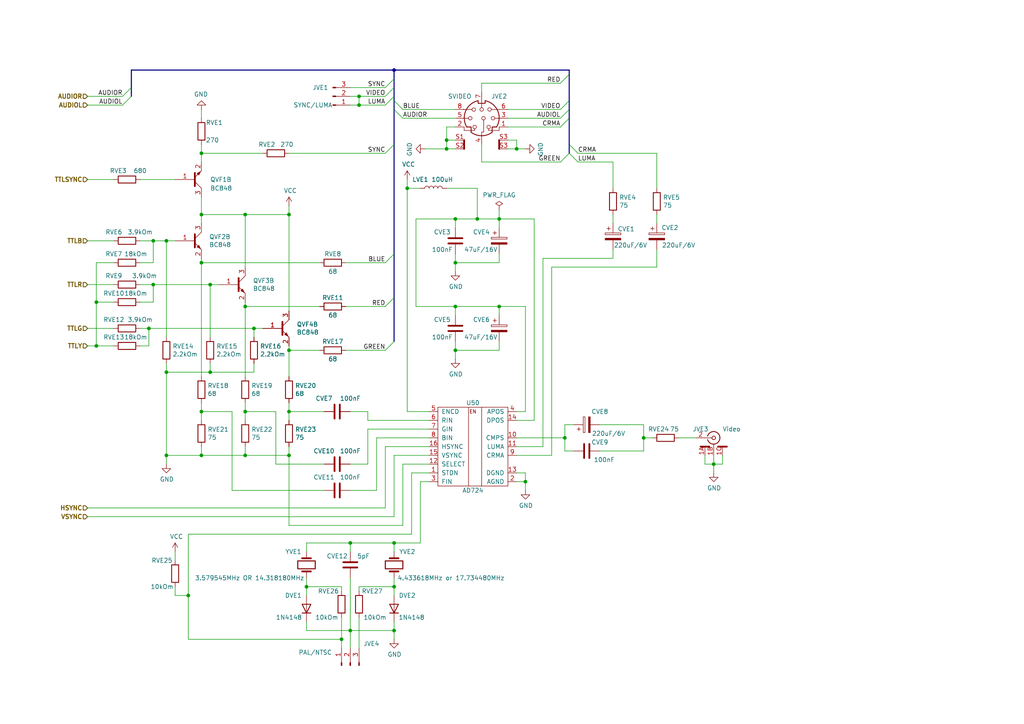
<source format=kicad_sch>
(kicad_sch (version 20211123) (generator eeschema)
  (paper "A4")
  (lib_symbols
    (symbol "Connector:Conn_01x03_Male" (pin_names (offset 1.016) hide)
      (property "Reference" "J" (at 0 5.08 0))
      (property "Value" "Conn_01x03_Male" (at 0 -5.08 0))
      (symbol "Conn_01x03_Male_1_1"
        (polyline (pts (xy 1.27 -2.54) (xy 0.8636 -2.54)) (stroke (width 0.1524)))
        (polyline (pts (xy 1.27 0) (xy 0.8636 0)) (stroke (width 0.1524)))
        (polyline (pts (xy 1.27 2.54) (xy 0.8636 2.54)) (stroke (width 0.1524)))
        (rectangle (start 0.8636 -2.413) (end 0 -2.667) (stroke (width 0.1524)) (fill (type outline)))
        (rectangle (start 0.8636 0.127) (end 0 -0.127) (stroke (width 0.1524)) (fill (type outline)))
        (rectangle (start 0.8636 2.667) (end 0 2.413) (stroke (width 0.1524)) (fill (type outline)))
        (pin passive line (at 5.08 2.54 180) (length 3.81) (name "Pin_1") (number "1"))
        (pin passive line (at 5.08 0 180) (length 3.81) (name "Pin_2") (number "2"))
        (pin passive line (at 5.08 -2.54 180) (length 3.81) (name "Pin_3") (number "3"))
      )
    )
    (symbol "Device:C" (pin_numbers hide) (pin_names (offset 0.254))
      (property "Reference" "C" (at 0.635 2.54 0))
      (property "Value" "C" (at 0.635 -2.54 0))
      (symbol "C_0_1"
        (polyline (pts (xy -2.032 -0.762) (xy 2.032 -0.762)) (stroke (width 0.508)))
        (polyline (pts (xy -2.032 0.762) (xy 2.032 0.762)) (stroke (width 0.508)))
      )
      (symbol "C_1_1"
        (pin passive line (at 0 3.81 270) (length 2.794) (name "~") (number "1"))
        (pin passive line (at 0 -3.81 90) (length 2.794) (name "~") (number "2"))
      )
    )
    (symbol "Device:C_Polarized" (pin_numbers hide) (pin_names (offset 0.254))
      (property "Reference" "C" (at 0.635 2.54 0))
      (property "Value" "C_Polarized" (at 0.635 -2.54 0))
      (symbol "C_Polarized_0_1"
        (rectangle (start -2.286 0.508) (end 2.286 1.016))
        (polyline (pts (xy -1.778 2.286) (xy -0.762 2.286)))
        (polyline (pts (xy -1.27 2.794) (xy -1.27 1.778)))
        (rectangle (start 2.286 -0.508) (end -2.286 -1.016) (fill (type outline)))
      )
      (symbol "C_Polarized_1_1"
        (pin passive line (at 0 3.81 270) (length 2.794) (name "~") (number "1"))
        (pin passive line (at 0 -3.81 90) (length 2.794) (name "~") (number "2"))
      )
    )
    (symbol "Device:Crystal" (pin_numbers hide) (pin_names (offset 1.016) hide)
      (property "Reference" "Y" (at 0 3.81 0))
      (property "Value" "Crystal" (at 0 -3.81 0))
      (symbol "Crystal_0_1"
        (rectangle (start -1.143 2.54) (end 1.143 -2.54) (stroke (width 0.3048)))
        (polyline (pts (xy -2.54 0) (xy -1.905 0)))
        (polyline (pts (xy -1.905 -1.27) (xy -1.905 1.27)) (stroke (width 0.508)))
        (polyline (pts (xy 1.905 -1.27) (xy 1.905 1.27)) (stroke (width 0.508)))
        (polyline (pts (xy 2.54 0) (xy 1.905 0)))
      )
      (symbol "Crystal_1_1"
        (pin passive line (at -3.81 0 0) (length 1.27) (name "1") (number "1"))
        (pin passive line (at 3.81 0 180) (length 1.27) (name "2") (number "2"))
      )
    )
    (symbol "Device:D" (pin_numbers hide) (pin_names (offset 1.016) hide)
      (property "Reference" "D" (at 0 2.54 0))
      (property "Value" "D" (at 0 -2.54 0))
      (symbol "D_0_1"
        (polyline (pts (xy -1.27 1.27) (xy -1.27 -1.27)) (stroke (width 0.254)))
        (polyline (pts (xy 1.27 0) (xy -1.27 0)))
        (polyline (pts (xy 1.27 1.27) (xy 1.27 -1.27) (xy -1.27 0) (xy 1.27 1.27)) (stroke (width 0.254)))
      )
      (symbol "D_1_1"
        (pin passive line (at -3.81 0 0) (length 2.54) (name "K") (number "1"))
        (pin passive line (at 3.81 0 180) (length 2.54) (name "A") (number "2"))
      )
    )
    (symbol "Device:L" (pin_numbers hide) (pin_names (offset 1.016) hide)
      (property "Reference" "L" (at -1.27 0 90))
      (property "Value" "L" (at 1.905 0 90))
      (symbol "L_0_1"
        (arc (start 0 -2.54) (mid 0.635 -1.905) (end 0 -1.27))
        (arc (start 0 -1.27) (mid 0.635 -0.635) (end 0 0))
        (arc (start 0 0) (mid 0.635 0.635) (end 0 1.27))
        (arc (start 0 1.27) (mid 0.635 1.905) (end 0 2.54))
      )
      (symbol "L_1_1"
        (pin passive line (at 0 3.81 270) (length 1.27) (name "1") (number "1"))
        (pin passive line (at 0 -3.81 90) (length 1.27) (name "2") (number "2"))
      )
    )
    (symbol "Device:R" (pin_numbers hide) (pin_names (offset 0))
      (property "Reference" "R" (at 2.032 0 90))
      (property "Value" "R" (at 0 0 90))
      (symbol "R_0_1"
        (rectangle (start -1.016 -2.54) (end 1.016 2.54) (stroke (width 0.254)))
      )
      (symbol "R_1_1"
        (pin passive line (at 0 3.81 270) (length 1.27) (name "~") (number "1"))
        (pin passive line (at 0 -3.81 90) (length 1.27) (name "~") (number "2"))
      )
    )
    (symbol "power:GND" (power) (pin_names (offset 0))
      (property "Value" "GND" (at 0 -3.81 0))
      (symbol "GND_0_1"
        (polyline (pts (xy 0 0) (xy 0 -1.27) (xy 1.27 -1.27) (xy 0 -2.54) (xy -1.27 -1.27) (xy 0 -1.27)))
      )
      (symbol "GND_1_1"
        (pin power_in line (at 0 0 270) (length 0) hide (name "GND") (number "1"))
      )
    )
    (symbol "power:PWR_FLAG" (power) (pin_numbers hide) (pin_names (offset 0) hide)
      (property "Value" "PWR_FLAG" (at 0 3.81 0))
      (symbol "PWR_FLAG_0_0"
        (pin power_out line (at 0 0 90) (length 0) (name "pwr") (number "1"))
      )
      (symbol "PWR_FLAG_0_1"
        (polyline (pts (xy 0 0) (xy 0 1.27) (xy -1.016 1.905) (xy 0 2.54) (xy 1.016 1.905) (xy 0 1.27)))
      )
    )
    (symbol "power:VCC" (power) (pin_names (offset 0))
      (property "Value" "VCC" (at 0 3.81 0))
      (symbol "VCC_0_1"
        (polyline (pts (xy -0.762 1.27) (xy 0 2.54)))
        (polyline (pts (xy 0 0) (xy 0 2.54)))
        (polyline (pts (xy 0 2.54) (xy 0.762 1.27)))
      )
      (symbol "VCC_1_1"
        (pin power_in line (at 0 0 90) (length 0) hide (name "VCC") (number "1"))
      )
    )
    (symbol "zx_custom_symbol:AD724" (pin_names (offset 1.016))
      (property "Reference" "U" (at 0 12.7 0))
      (property "Value" "AD724" (at 0.254 -12.446 0))
      (symbol "AD724_0_0"
        (polyline (pts (xy -1.27 11.43) (xy -1.27 -11.43)))
        (polyline (pts (xy 2.54 11.43) (xy 2.54 -11.43)))
        (text "EN" (at 0 10.16 0) (effects (font (size 1 1))))
      )
      (symbol "AD724_0_1"
        (rectangle (start -10.16 11.43) (end 10.16 -11.43))
        (rectangle (start 6.35 -11.43) (end 6.35 -11.43))
      )
      (symbol "AD724_1_1"
        (pin input line (at -12.7 -7.62 0) (length 2.54) (name "STDN") (number "1"))
        (pin output line (at 12.7 2.54 180) (length 2.54) (name "CMPS") (number "10"))
        (pin output line (at 12.7 0 180) (length 2.54) (name "LUMA") (number "11"))
        (pin input line (at -12.7 -5.08 0) (length 2.54) (name "SELECT") (number "12"))
        (pin power_in line (at 12.7 -7.62 180) (length 2.54) (name "DGND") (number "13"))
        (pin power_in line (at 12.7 7.62 180) (length 2.54) (name "DPOS") (number "14"))
        (pin input line (at -12.7 -2.54 0) (length 2.54) (name "VSYNC") (number "15"))
        (pin input line (at -12.7 0 0) (length 2.54) (name "HSYNC") (number "16"))
        (pin power_in line (at 12.7 -10.16 180) (length 2.54) (name "AGND") (number "2"))
        (pin input line (at -12.7 -10.16 0) (length 2.54) (name "FIN") (number "3"))
        (pin power_in line (at 12.7 10.16 180) (length 2.54) (name "APOS") (number "4"))
        (pin input line (at -12.7 10.16 0) (length 2.54) (name "ENCD") (number "5"))
        (pin input line (at -12.7 7.62 0) (length 2.54) (name "RIN") (number "6"))
        (pin input line (at -12.7 5.08 0) (length 2.54) (name "GIN") (number "7"))
        (pin input line (at -12.7 2.54 0) (length 2.54) (name "BIN") (number "8"))
        (pin output line (at 12.7 -2.54 180) (length 2.54) (name "CRMA") (number "9"))
      )
    )
    (symbol "zx_custom_symbol:Conn_Coaxial" (pin_names (offset 1.016) hide)
      (property "Reference" "J" (at 0.254 3.048 0))
      (property "Value" "Conn_Coaxial" (at 1.27 -7.62 0))
      (symbol "Conn_Coaxial_0_1"
        (arc (start -1.778 -0.508) (mid 0.2311 -1.8066) (end 1.778 0) (stroke (width 0.254)))
        (polyline (pts (xy -3.81 -2.54) (xy -1.27 -2.54)) (stroke (width 0.508)))
        (polyline (pts (xy -2.54 0) (xy -0.508 0)))
        (polyline (pts (xy 0 -2.54) (xy 0 -1.778)))
        (polyline (pts (xy 1.27 -2.54) (xy 3.81 -2.54)) (stroke (width 0.508)))
        (circle (center 0 0) (radius 0.508) (stroke (width 0.2032)))
        (arc (start 1.778 0) (mid 0.2099 1.8101) (end -1.778 0.508) (stroke (width 0.254)))
      )
      (symbol "Conn_Coaxial_1_1"
        (pin passive line (at -2.54 -5.08 90) (length 2.54) (name "GND") (number "1A"))
        (pin passive line (at 0 -5.08 90) (length 2.54) (name "GND") (number "1B"))
        (pin passive line (at 2.54 -5.08 90) (length 2.54) (name "GND") (number "1C"))
        (pin passive line (at -5.08 0 0) (length 2.54) (name "In") (number "2"))
      )
    )
    (symbol "zx_custom_symbol:Mini-DIN-8" (pin_names (offset 1.016) hide)
      (property "Reference" "J" (at -7.62 6.35 0))
      (property "Value" "Mini-DIN-8" (at 10.16 6.35 0))
      (symbol "Mini-DIN-8_0_1"
        (rectangle (start -5.08 -8.89) (end -5.08 -6.35) (stroke (width 0.508)))
        (circle (center -3.302 0) (radius 0.508))
        (arc (start -3.048 -4.064) (mid 0 -5.08) (end 3.048 -4.064) (stroke (width 0.254)))
        (circle (center -2.286 2.5146) (radius 0.508))
        (circle (center -2.032 -2.54) (radius 0.508))
        (arc (start -1.016 5.08) (mid -4.6228 2.1214) (end -4.318 -2.54) (stroke (width 0.254)))
        (polyline (pts (xy -3.81 0) (xy -5.08 0)))
        (polyline (pts (xy -2.794 2.54) (xy -5.334 2.54)))
        (polyline (pts (xy 0 5.1054) (xy 0 3.048)))
        (polyline (pts (xy 2.794 2.54) (xy 5.08 2.54)))
        (polyline (pts (xy 5.08 0) (xy 3.81 0)))
        (polyline (pts (xy -4.318 -2.54) (xy -3.048 -2.54) (xy -3.048 -4.064)) (stroke (width 0.254)))
        (polyline (pts (xy 4.318 -2.54) (xy 3.048 -2.54) (xy 3.048 -4.064)) (stroke (width 0.254)))
        (polyline (pts (xy -2.032 -3.048) (xy -2.032 -3.556) (xy -5.08 -3.556) (xy -5.08 -2.54)))
        (polyline (pts (xy -1.016 5.08) (xy -1.016 4.318) (xy 1.016 4.318) (xy 1.016 5.08)) (stroke (width 0.254)))
        (polyline (pts (xy 0.5842 -0.508) (xy 0.5842 -4.0132) (xy 0 -4.0132) (xy 0 -5.1816)))
        (polyline (pts (xy 2.032 -3.048) (xy 2.032 -3.556) (xy 5.08 -3.556) (xy 5.08 -2.54)))
        (circle (center 0 2.54) (radius 0.508))
        (circle (center 2.032 -2.54) (radius 0.508))
        (circle (center 2.286 2.54) (radius 0.508))
        (circle (center 3.302 0) (radius 0.508))
        (arc (start 4.318 -2.54) (mid 4.6661 2.1322) (end 1.016 5.08) (stroke (width 0.254)))
        (rectangle (start 5.08 -8.89) (end 5.08 -8.89))
        (rectangle (start 5.08 -6.35) (end 5.08 -8.89) (stroke (width 0.508)))
      )
      (symbol "Mini-DIN-8_1_1"
        (circle (center 0.5334 0) (radius 0.508))
        (pin passive line (at 7.62 -2.54 180) (length 2.54) (name "~") (number "1"))
        (pin passive line (at -7.62 -2.54 0) (length 2.54) (name "~") (number "2"))
        (pin passive line (at 7.62 0 180) (length 2.54) (name "~") (number "3"))
        (pin passive line (at 0 -7.62 90) (length 2.54) (name "~") (number "4"))
        (pin passive line (at -7.62 0 0) (length 2.54) (name "~") (number "5"))
        (pin passive line (at 7.62 2.54 180) (length 2.54) (name "~") (number "6"))
        (pin passive line (at 0 7.62 270) (length 2.54) (name "~") (number "7"))
        (pin passive line (at -7.62 2.54 0) (length 2.54) (name "~") (number "8"))
        (pin passive line (at -7.62 -6.35 0) (length 2.54) (name "~") (number "S1"))
        (pin passive line (at -7.62 -8.89 0) (length 2.54) (name "~") (number "S2"))
        (pin passive line (at 7.62 -8.89 180) (length 2.54) (name "~") (number "S3"))
        (pin passive line (at 7.62 -6.35 180) (length 2.54) (name "~") (number "S3"))
      )
    )
    (symbol "zx_custom_symbol:NPN" (pin_names (offset 0) hide)
      (property "Reference" "Q" (at 5.08 2.54 0))
      (property "Value" "NPN" (at 5.08 -2.54 0))
      (symbol "NPN_1_1"
        (polyline (pts (xy 0.635 0.635) (xy 2.54 2.54)))
        (polyline (pts (xy 0.635 -0.635) (xy 2.54 -2.54) (xy 2.54 -2.54)))
        (polyline (pts (xy 0.635 1.905) (xy 0.635 -1.905) (xy 0.635 -1.905)) (stroke (width 0.508)))
        (polyline (pts (xy 1.27 -1.778) (xy 1.778 -1.27) (xy 2.286 -2.286) (xy 1.27 -1.778) (xy 1.27 -1.778)) (fill (type outline)))
        (pin input line (at -5.08 0 0) (length 5.715) (name "B") (number "1"))
        (pin passive line (at 2.54 5.08 270) (length 2.54) (name "C") (number "2"))
        (pin passive line (at 2.54 -5.08 90) (length 2.54) (name "E") (number "3"))
      )
      (symbol "NPN_2_1"
        (polyline (pts (xy 0.635 0.635) (xy 2.54 2.54)))
        (polyline (pts (xy 0.635 -0.635) (xy 2.54 -2.54) (xy 2.54 -2.54)))
        (polyline (pts (xy 0.635 1.905) (xy 0.635 -1.905) (xy 0.635 -1.905)) (stroke (width 0.508)))
        (polyline (pts (xy 1.27 -1.778) (xy 1.778 -1.27) (xy 2.286 -2.286) (xy 1.27 -1.778) (xy 1.27 -1.778)) (fill (type outline)))
        (pin input line (at -5.08 0 0) (length 5.715) (name "B") (number "1"))
        (pin passive line (at 2.54 -5.08 90) (length 2.54) (name "E") (number "2"))
        (pin passive line (at 2.54 5.08 270) (length 2.54) (name "C") (number "3"))
      )
      (symbol "NPN_3_1"
        (polyline (pts (xy 0.635 0.635) (xy 2.54 2.54)))
        (polyline (pts (xy 0.635 -0.635) (xy 2.54 -2.54) (xy 2.54 -2.54)))
        (polyline (pts (xy 0.635 1.905) (xy 0.635 -1.905) (xy 0.635 -1.905)) (stroke (width 0.508)))
        (polyline (pts (xy 1.27 -1.778) (xy 1.778 -1.27) (xy 2.286 -2.286) (xy 1.27 -1.778) (xy 1.27 -1.778)) (fill (type outline)))
        (pin passive line (at 2.54 5.08 270) (length 2.54) (name "C") (number "1"))
        (pin input line (at -5.08 0 0) (length 5.715) (name "B") (number "2"))
        (pin passive line (at 2.54 -5.08 90) (length 2.54) (name "E") (number "3"))
      )
      (symbol "NPN_4_1"
        (polyline (pts (xy 0.635 0.635) (xy 2.54 2.54)))
        (polyline (pts (xy 0.635 0.635) (xy 2.54 2.54)))
        (polyline (pts (xy 0.635 -0.635) (xy 2.54 -2.54) (xy 2.54 -2.54)))
        (polyline (pts (xy 0.635 -0.635) (xy 2.54 -2.54) (xy 2.54 -2.54)))
        (polyline (pts (xy 0.635 1.905) (xy 0.635 -1.905) (xy 0.635 -1.905)) (stroke (width 0.508)))
        (polyline (pts (xy 0.635 1.905) (xy 0.635 -1.905) (xy 0.635 -1.905)) (stroke (width 0.508)))
        (polyline (pts (xy 1.27 -1.778) (xy 1.778 -1.27) (xy 2.286 -2.286) (xy 1.27 -1.778) (xy 1.27 -1.778)) (fill (type outline)))
        (polyline (pts (xy 1.27 -1.778) (xy 1.778 -1.27) (xy 2.286 -2.286) (xy 1.27 -1.778) (xy 1.27 -1.778)) (fill (type outline)))
        (pin passive line (at 2.54 5.08 270) (length 2.54) (name "C") (number "1"))
        (pin passive line (at 2.54 5.08 270) (length 2.54) (name "C") (number "1"))
        (pin passive line (at 2.54 -5.08 90) (length 2.54) (name "E") (number "2"))
        (pin passive line (at 2.54 -5.08 90) (length 2.54) (name "E") (number "2"))
        (pin input line (at -5.08 0 0) (length 5.715) (name "B") (number "3"))
        (pin input line (at -5.08 0 0) (length 5.715) (name "B") (number "3"))
      )
      (symbol "NPN_5_1"
        (polyline (pts (xy 0.635 0.635) (xy 2.54 2.54)))
        (polyline (pts (xy 0.635 -0.635) (xy 2.54 -2.54) (xy 2.54 -2.54)))
        (polyline (pts (xy 0.635 1.905) (xy 0.635 -1.905) (xy 0.635 -1.905)) (stroke (width 0.508)))
        (polyline (pts (xy 1.27 -1.778) (xy 1.778 -1.27) (xy 2.286 -2.286) (xy 1.27 -1.778) (xy 1.27 -1.778)) (fill (type outline)))
        (pin passive line (at 2.54 -5.08 90) (length 2.54) (name "E") (number "1"))
        (pin passive line (at -5.08 0 0) (length 5.715) (name "B") (number "2"))
        (pin passive line (at 2.54 5.08 270) (length 2.54) (name "C") (number "3"))
      )
      (symbol "NPN_6_1"
        (polyline (pts (xy 0.635 0.635) (xy 2.54 2.54)))
        (polyline (pts (xy 0.635 -0.635) (xy 2.54 -2.54) (xy 2.54 -2.54)))
        (polyline (pts (xy 0.635 1.905) (xy 0.635 -1.905) (xy 0.635 -1.905)) (stroke (width 0.508)))
        (polyline (pts (xy 1.27 -1.778) (xy 1.778 -1.27) (xy 2.286 -2.286) (xy 1.27 -1.778) (xy 1.27 -1.778)) (fill (type outline)))
        (pin passive line (at 2.54 -5.08 90) (length 2.54) (name "E") (number "1"))
        (pin passive line (at 2.54 5.08 270) (length 2.54) (name "C") (number "2"))
        (pin passive line (at -5.08 0 0) (length 5.715) (name "B") (number "3"))
      )
    )
  )
  (junction (at 101.6 157.48))
  (junction (at 132.08 76.2))
  (junction (at 58.42 119.38))
  (junction (at 207.01 134.62))
  (junction (at 71.12 88.9))
  (junction (at 101.6 182.88))
  (junction (at 83.82 119.38))
  (junction (at 129.54 43.18))
  (junction (at 71.12 132.08))
  (junction (at 152.4 139.7))
  (junction (at 163.83 127))
  (junction (at 114.3 182.88))
  (junction (at 149.86 43.18))
  (junction (at 44.45 82.55))
  (junction (at 104.14 27.94))
  (junction (at 83.82 132.08))
  (junction (at 60.96 107.95))
  (junction (at 83.82 62.23))
  (junction (at 129.54 40.64))
  (junction (at 73.66 95.25))
  (junction (at 58.42 76.2))
  (junction (at 48.26 69.85))
  (junction (at 71.12 62.23))
  (junction (at 58.42 132.08))
  (junction (at 48.26 132.08))
  (junction (at 144.78 63.5))
  (junction (at 71.12 119.38))
  (junction (at 43.18 95.25))
  (junction (at 83.82 101.6))
  (junction (at 114.3 170.18))
  (junction (at 27.94 87.63))
  (junction (at 58.42 44.45))
  (junction (at 118.11 54.61))
  (junction (at 58.42 62.23))
  (junction (at 60.96 82.55))
  (junction (at 186.69 127))
  (junction (at 132.08 101.6))
  (junction (at 132.08 63.5))
  (junction (at 138.43 63.5))
  (junction (at 44.45 69.85))
  (junction (at 88.9 170.18))
  (junction (at 114.3 157.48))
  (junction (at 54.61 172.72))
  (junction (at 104.14 30.48))
  (junction (at 48.26 107.95))
  (junction (at 114.3 20.32))
  (junction (at 99.06 185.42))
  (junction (at 132.08 88.9))
  (junction (at 27.94 100.33))
  (junction (at 144.78 88.9))
  (bus_entry (at 165.1 31.75) (size -2.54 2.54))
  (bus_entry (at 111.76 44.45) (size 2.54 -2.54))
  (bus_entry (at 114.3 31.75) (size 2.54 2.54))
  (bus_entry (at 111.76 27.94) (size 2.54 -2.54))
  (bus_entry (at 165.1 44.45) (size 2.54 2.54))
  (bus_entry (at 165.1 41.91) (size 2.54 2.54))
  (bus_entry (at 111.76 25.4) (size 2.54 -2.54))
  (bus_entry (at 111.76 30.48) (size 2.54 -2.54))
  (bus_entry (at 111.76 88.9) (size 2.54 -2.54))
  (bus_entry (at 114.3 73.66) (size -2.54 2.54))
  (bus_entry (at 165.1 44.45) (size -2.54 2.54))
  (bus_entry (at 165.1 29.21) (size -2.54 2.54))
  (bus_entry (at 162.56 36.83) (size 2.54 -2.54))
  (bus_entry (at 114.3 29.21) (size 2.54 2.54))
  (bus_entry (at 35.56 30.48) (size 2.54 -2.54))
  (bus_entry (at 111.76 101.6) (size 2.54 -2.54))
  (bus_entry (at 35.56 27.94) (size 2.54 -2.54))
  (bus_entry (at 165.1 21.59) (size -2.54 2.54))
  (wire (pts (xy 157.48 129.54) (xy 157.48 74.93)))
  (wire (pts (xy 207.01 134.62) (xy 207.01 137.16)))
  (wire (pts (xy 101.6 182.88) (xy 88.9 182.88)))
  (bus (pts (xy 114.3 27.94) (xy 114.3 29.21)))
  (bus (pts (xy 114.3 29.21) (xy 114.3 31.75)))
  (wire (pts (xy 177.8 72.39) (xy 177.8 74.93)))
  (wire (pts (xy 120.65 63.5) (xy 120.65 88.9)))
  (wire (pts (xy 80.01 119.38) (xy 80.01 134.62)))
  (wire (pts (xy 50.8 170.18) (xy 50.8 172.72)))
  (wire (pts (xy 167.64 46.99) (xy 177.8 46.99)))
  (wire (pts (xy 190.5 44.45) (xy 190.5 54.61)))
  (wire (pts (xy 149.86 137.16) (xy 152.4 137.16)))
  (wire (pts (xy 118.11 52.07) (xy 118.11 54.61)))
  (wire (pts (xy 186.69 127) (xy 186.69 130.81)))
  (wire (pts (xy 116.84 31.75) (xy 132.08 31.75)))
  (wire (pts (xy 58.42 129.54) (xy 58.42 132.08)))
  (bus (pts (xy 165.1 34.29) (xy 165.1 41.91)))
  (wire (pts (xy 73.66 95.25) (xy 43.18 95.25)))
  (wire (pts (xy 83.82 119.38) (xy 83.82 121.92)))
  (wire (pts (xy 114.3 167.64) (xy 114.3 170.18)))
  (wire (pts (xy 25.4 69.85) (xy 33.02 69.85)))
  (bus (pts (xy 38.1 20.32) (xy 38.1 25.4)))
  (wire (pts (xy 25.4 30.48) (xy 35.56 30.48)))
  (wire (pts (xy 144.78 66.04) (xy 144.78 63.5)))
  (wire (pts (xy 132.08 73.66) (xy 132.08 76.2)))
  (wire (pts (xy 114.3 182.88) (xy 101.6 182.88)))
  (wire (pts (xy 83.82 119.38) (xy 93.98 119.38)))
  (wire (pts (xy 48.26 107.95) (xy 48.26 132.08)))
  (wire (pts (xy 58.42 76.2) (xy 58.42 109.22)))
  (wire (pts (xy 149.86 121.92) (xy 154.94 121.92)))
  (wire (pts (xy 109.22 127) (xy 124.46 127)))
  (wire (pts (xy 83.82 152.4) (xy 83.82 132.08)))
  (wire (pts (xy 25.4 100.33) (xy 27.94 100.33)))
  (wire (pts (xy 25.4 27.94) (xy 35.56 27.94)))
  (wire (pts (xy 152.4 43.18) (xy 149.86 43.18)))
  (bus (pts (xy 165.1 21.59) (xy 165.1 29.21)))
  (wire (pts (xy 132.08 40.64) (xy 129.54 40.64)))
  (wire (pts (xy 132.08 36.83) (xy 129.54 36.83)))
  (wire (pts (xy 144.78 63.5) (xy 138.43 63.5)))
  (wire (pts (xy 101.6 157.48) (xy 114.3 157.48)))
  (wire (pts (xy 25.4 52.07) (xy 33.02 52.07)))
  (wire (pts (xy 92.71 76.2) (xy 58.42 76.2)))
  (wire (pts (xy 114.3 149.86) (xy 25.4 149.86)))
  (wire (pts (xy 106.68 121.92) (xy 106.68 119.38)))
  (wire (pts (xy 93.98 134.62) (xy 80.01 134.62)))
  (wire (pts (xy 33.02 95.25) (xy 25.4 95.25)))
  (wire (pts (xy 71.12 62.23) (xy 83.82 62.23)))
  (wire (pts (xy 104.14 27.94) (xy 104.14 30.48)))
  (wire (pts (xy 147.32 43.18) (xy 149.86 43.18)))
  (wire (pts (xy 99.06 179.07) (xy 99.06 185.42)))
  (wire (pts (xy 190.5 64.77) (xy 190.5 62.23)))
  (wire (pts (xy 73.66 105.41) (xy 73.66 107.95)))
  (wire (pts (xy 71.12 119.38) (xy 71.12 121.92)))
  (wire (pts (xy 118.11 119.38) (xy 124.46 119.38)))
  (wire (pts (xy 101.6 157.48) (xy 88.9 157.48)))
  (wire (pts (xy 83.82 44.45) (xy 111.76 44.45)))
  (wire (pts (xy 114.3 157.48) (xy 114.3 160.02)))
  (wire (pts (xy 58.42 116.84) (xy 58.42 119.38)))
  (wire (pts (xy 149.86 129.54) (xy 157.48 129.54)))
  (wire (pts (xy 166.37 130.81) (xy 163.83 130.81)))
  (wire (pts (xy 83.82 101.6) (xy 92.71 101.6)))
  (bus (pts (xy 114.3 25.4) (xy 114.3 27.94)))
  (wire (pts (xy 101.6 187.96) (xy 101.6 182.88)))
  (wire (pts (xy 104.14 27.94) (xy 101.6 27.94)))
  (wire (pts (xy 132.08 63.5) (xy 120.65 63.5)))
  (wire (pts (xy 138.43 54.61) (xy 138.43 63.5)))
  (wire (pts (xy 83.82 101.6) (xy 83.82 109.22)))
  (wire (pts (xy 60.96 82.55) (xy 44.45 82.55)))
  (wire (pts (xy 58.42 31.75) (xy 58.42 34.29)))
  (wire (pts (xy 93.98 142.24) (xy 67.31 142.24)))
  (wire (pts (xy 132.08 76.2) (xy 132.08 78.74)))
  (wire (pts (xy 83.82 116.84) (xy 83.82 119.38)))
  (wire (pts (xy 83.82 129.54) (xy 83.82 132.08)))
  (wire (pts (xy 129.54 36.83) (xy 129.54 40.64)))
  (wire (pts (xy 58.42 119.38) (xy 58.42 121.92)))
  (wire (pts (xy 88.9 170.18) (xy 88.9 172.72)))
  (wire (pts (xy 106.68 119.38) (xy 101.6 119.38)))
  (wire (pts (xy 114.3 182.88) (xy 114.3 185.42)))
  (wire (pts (xy 60.96 82.55) (xy 60.96 97.79)))
  (wire (pts (xy 101.6 167.64) (xy 101.6 182.88)))
  (wire (pts (xy 60.96 105.41) (xy 60.96 107.95)))
  (wire (pts (xy 129.54 54.61) (xy 138.43 54.61)))
  (wire (pts (xy 111.76 30.48) (xy 104.14 30.48)))
  (wire (pts (xy 149.86 40.64) (xy 149.86 43.18)))
  (wire (pts (xy 71.12 87.63) (xy 71.12 88.9)))
  (wire (pts (xy 162.56 24.13) (xy 139.7 24.13)))
  (wire (pts (xy 104.14 30.48) (xy 101.6 30.48)))
  (wire (pts (xy 83.82 90.17) (xy 83.82 62.23)))
  (wire (pts (xy 40.64 76.2) (xy 44.45 76.2)))
  (wire (pts (xy 88.9 182.88) (xy 88.9 180.34)))
  (bus (pts (xy 114.3 73.66) (xy 114.3 86.36)))
  (wire (pts (xy 100.33 88.9) (xy 111.76 88.9)))
  (wire (pts (xy 119.38 137.16) (xy 119.38 154.94)))
  (bus (pts (xy 165.1 20.32) (xy 165.1 21.59)))
  (wire (pts (xy 162.56 46.99) (xy 139.7 46.99)))
  (wire (pts (xy 149.86 119.38) (xy 152.4 119.38)))
  (wire (pts (xy 132.08 101.6) (xy 144.78 101.6)))
  (wire (pts (xy 50.8 52.07) (xy 40.64 52.07)))
  (wire (pts (xy 48.26 105.41) (xy 48.26 107.95)))
  (wire (pts (xy 116.84 34.29) (xy 132.08 34.29)))
  (wire (pts (xy 58.42 132.08) (xy 48.26 132.08)))
  (wire (pts (xy 123.19 43.18) (xy 129.54 43.18)))
  (wire (pts (xy 118.11 54.61) (xy 118.11 119.38)))
  (wire (pts (xy 132.08 99.06) (xy 132.08 101.6)))
  (wire (pts (xy 58.42 119.38) (xy 67.31 119.38)))
  (wire (pts (xy 111.76 147.32) (xy 25.4 147.32)))
  (wire (pts (xy 186.69 130.81) (xy 173.99 130.81)))
  (wire (pts (xy 114.3 157.48) (xy 121.92 157.48)))
  (wire (pts (xy 209.55 134.62) (xy 209.55 132.08)))
  (wire (pts (xy 186.69 127) (xy 189.23 127)))
  (wire (pts (xy 58.42 62.23) (xy 71.12 62.23)))
  (wire (pts (xy 147.32 40.64) (xy 149.86 40.64)))
  (wire (pts (xy 40.64 100.33) (xy 43.18 100.33)))
  (wire (pts (xy 149.86 132.08) (xy 160.02 132.08)))
  (wire (pts (xy 114.3 182.88) (xy 114.3 180.34)))
  (wire (pts (xy 144.78 63.5) (xy 154.94 63.5)))
  (wire (pts (xy 63.5 82.55) (xy 60.96 82.55)))
  (wire (pts (xy 124.46 137.16) (xy 119.38 137.16)))
  (wire (pts (xy 106.68 134.62) (xy 106.68 124.46)))
  (wire (pts (xy 152.4 88.9) (xy 152.4 119.38)))
  (wire (pts (xy 132.08 91.44) (xy 132.08 88.9)))
  (wire (pts (xy 50.8 172.72) (xy 54.61 172.72)))
  (wire (pts (xy 100.33 76.2) (xy 111.76 76.2)))
  (bus (pts (xy 114.3 20.32) (xy 114.3 22.86)))
  (wire (pts (xy 71.12 88.9) (xy 92.71 88.9)))
  (bus (pts (xy 114.3 20.32) (xy 165.1 20.32)))
  (wire (pts (xy 99.06 185.42) (xy 99.06 187.96)))
  (wire (pts (xy 44.45 82.55) (xy 40.64 82.55)))
  (wire (pts (xy 50.8 69.85) (xy 48.26 69.85)))
  (bus (pts (xy 165.1 41.91) (xy 165.1 44.45)))
  (wire (pts (xy 88.9 170.18) (xy 99.06 170.18)))
  (wire (pts (xy 138.43 63.5) (xy 132.08 63.5)))
  (wire (pts (xy 157.48 74.93) (xy 177.8 74.93)))
  (wire (pts (xy 71.12 119.38) (xy 80.01 119.38)))
  (wire (pts (xy 190.5 77.47) (xy 160.02 77.47)))
  (wire (pts (xy 121.92 139.7) (xy 124.46 139.7)))
  (wire (pts (xy 144.78 60.96) (xy 144.78 63.5)))
  (wire (pts (xy 40.64 87.63) (xy 44.45 87.63)))
  (wire (pts (xy 163.83 127) (xy 149.86 127)))
  (wire (pts (xy 71.12 77.47) (xy 71.12 62.23)))
  (bus (pts (xy 38.1 25.4) (xy 38.1 27.94)))
  (wire (pts (xy 167.64 44.45) (xy 190.5 44.45)))
  (wire (pts (xy 58.42 41.91) (xy 58.42 44.45)))
  (wire (pts (xy 120.65 88.9) (xy 132.08 88.9)))
  (wire (pts (xy 54.61 185.42) (xy 99.06 185.42)))
  (bus (pts (xy 114.3 31.75) (xy 114.3 41.91)))
  (wire (pts (xy 132.08 66.04) (xy 132.08 63.5)))
  (wire (pts (xy 104.14 179.07) (xy 104.14 187.96)))
  (wire (pts (xy 162.56 31.75) (xy 147.32 31.75)))
  (wire (pts (xy 44.45 69.85) (xy 48.26 69.85)))
  (wire (pts (xy 119.38 154.94) (xy 54.61 154.94)))
  (wire (pts (xy 204.47 134.62) (xy 207.01 134.62)))
  (wire (pts (xy 147.32 36.83) (xy 162.56 36.83)))
  (wire (pts (xy 111.76 27.94) (xy 104.14 27.94)))
  (wire (pts (xy 139.7 24.13) (xy 139.7 26.67)))
  (bus (pts (xy 165.1 29.21) (xy 165.1 31.75)))
  (wire (pts (xy 144.78 91.44) (xy 144.78 88.9)))
  (wire (pts (xy 144.78 76.2) (xy 132.08 76.2)))
  (wire (pts (xy 54.61 154.94) (xy 54.61 172.72)))
  (wire (pts (xy 67.31 119.38) (xy 67.31 142.24)))
  (wire (pts (xy 114.3 170.18) (xy 114.3 172.72)))
  (wire (pts (xy 54.61 172.72) (xy 54.61 185.42)))
  (wire (pts (xy 33.02 76.2) (xy 27.94 76.2)))
  (wire (pts (xy 132.08 43.18) (xy 129.54 43.18)))
  (wire (pts (xy 33.02 100.33) (xy 27.94 100.33)))
  (wire (pts (xy 163.83 130.81) (xy 163.83 127)))
  (wire (pts (xy 173.99 123.19) (xy 186.69 123.19)))
  (wire (pts (xy 163.83 127) (xy 163.83 123.19)))
  (wire (pts (xy 33.02 82.55) (xy 25.4 82.55)))
  (wire (pts (xy 101.6 160.02) (xy 101.6 157.48)))
  (wire (pts (xy 152.4 137.16) (xy 152.4 139.7)))
  (wire (pts (xy 124.46 134.62) (xy 116.84 134.62)))
  (wire (pts (xy 71.12 88.9) (xy 71.12 109.22)))
  (wire (pts (xy 104.14 170.18) (xy 114.3 170.18)))
  (bus (pts (xy 114.3 86.36) (xy 114.3 99.06)))
  (wire (pts (xy 48.26 134.62) (xy 48.26 132.08)))
  (wire (pts (xy 83.82 132.08) (xy 71.12 132.08)))
  (wire (pts (xy 114.3 132.08) (xy 114.3 149.86)))
  (wire (pts (xy 101.6 142.24) (xy 109.22 142.24)))
  (wire (pts (xy 104.14 171.45) (xy 104.14 170.18)))
  (wire (pts (xy 121.92 157.48) (xy 121.92 139.7)))
  (wire (pts (xy 196.85 127) (xy 201.93 127)))
  (wire (pts (xy 129.54 40.64) (xy 129.54 43.18)))
  (wire (pts (xy 76.2 95.25) (xy 73.66 95.25)))
  (wire (pts (xy 111.76 25.4) (xy 101.6 25.4)))
  (wire (pts (xy 109.22 142.24) (xy 109.22 127)))
  (wire (pts (xy 58.42 44.45) (xy 58.42 46.99)))
  (wire (pts (xy 58.42 62.23) (xy 58.42 64.77)))
  (wire (pts (xy 116.84 152.4) (xy 83.82 152.4)))
  (wire (pts (xy 139.7 41.91) (xy 139.7 46.99)))
  (bus (pts (xy 114.3 41.91) (xy 114.3 73.66)))
  (wire (pts (xy 60.96 107.95) (xy 73.66 107.95)))
  (wire (pts (xy 40.64 69.85) (xy 44.45 69.85)))
  (wire (pts (xy 177.8 46.99) (xy 177.8 54.61)))
  (wire (pts (xy 204.47 132.08) (xy 204.47 134.62)))
  (wire (pts (xy 207.01 132.08) (xy 207.01 134.62)))
  (wire (pts (xy 144.78 88.9) (xy 152.4 88.9)))
  (wire (pts (xy 71.12 116.84) (xy 71.12 119.38)))
  (bus (pts (xy 38.1 20.32) (xy 114.3 20.32)))
  (wire (pts (xy 154.94 63.5) (xy 154.94 121.92)))
  (wire (pts (xy 50.8 160.02) (xy 50.8 162.56)))
  (wire (pts (xy 44.45 87.63) (xy 44.45 82.55)))
  (wire (pts (xy 163.83 123.19) (xy 166.37 123.19)))
  (wire (pts (xy 144.78 99.06) (xy 144.78 101.6)))
  (wire (pts (xy 48.26 69.85) (xy 48.26 97.79)))
  (wire (pts (xy 149.86 139.7) (xy 152.4 139.7)))
  (wire (pts (xy 71.12 132.08) (xy 58.42 132.08)))
  (wire (pts (xy 27.94 76.2) (xy 27.94 87.63)))
  (bus (pts (xy 114.3 22.86) (xy 114.3 25.4)))
  (wire (pts (xy 177.8 64.77) (xy 177.8 62.23)))
  (wire (pts (xy 83.82 62.23) (xy 83.82 59.69)))
  (wire (pts (xy 101.6 134.62) (xy 106.68 134.62)))
  (wire (pts (xy 190.5 72.39) (xy 190.5 77.47)))
  (wire (pts (xy 43.18 95.25) (xy 40.64 95.25)))
  (bus (pts (xy 165.1 31.75) (xy 165.1 34.29)))
  (wire (pts (xy 124.46 132.08) (xy 114.3 132.08)))
  (wire (pts (xy 106.68 124.46) (xy 124.46 124.46)))
  (wire (pts (xy 144.78 73.66) (xy 144.78 76.2)))
  (wire (pts (xy 132.08 101.6) (xy 132.08 104.14)))
  (wire (pts (xy 58.42 62.23) (xy 58.42 57.15)))
  (wire (pts (xy 111.76 129.54) (xy 124.46 129.54)))
  (wire (pts (xy 88.9 157.48) (xy 88.9 160.02)))
  (wire (pts (xy 44.45 76.2) (xy 44.45 69.85)))
  (wire (pts (xy 43.18 100.33) (xy 43.18 95.25)))
  (wire (pts (xy 162.56 34.29) (xy 147.32 34.29)))
  (wire (pts (xy 160.02 77.47) (xy 160.02 132.08)))
  (wire (pts (xy 73.66 95.25) (xy 73.66 97.79)))
  (wire (pts (xy 116.84 134.62) (xy 116.84 152.4)))
  (wire (pts (xy 71.12 129.54) (xy 71.12 132.08)))
  (wire (pts (xy 33.02 87.63) (xy 27.94 87.63)))
  (wire (pts (xy 118.11 54.61) (xy 121.92 54.61)))
  (wire (pts (xy 186.69 123.19) (xy 186.69 127)))
  (wire (pts (xy 132.08 88.9) (xy 144.78 88.9)))
  (wire (pts (xy 48.26 107.95) (xy 60.96 107.95)))
  (wire (pts (xy 99.06 170.18) (xy 99.06 171.45)))
  (wire (pts (xy 207.01 134.62) (xy 209.55 134.62)))
  (wire (pts (xy 100.33 101.6) (xy 111.76 101.6)))
  (wire (pts (xy 58.42 74.93) (xy 58.42 76.2)))
  (wire (pts (xy 88.9 167.64) (xy 88.9 170.18)))
  (wire (pts (xy 111.76 129.54) (xy 111.76 147.32)))
  (wire (pts (xy 83.82 100.33) (xy 83.82 101.6)))
  (wire (pts (xy 152.4 139.7) (xy 152.4 142.24)))
  (wire (pts (xy 58.42 44.45) (xy 76.2 44.45)))
  (wire (pts (xy 27.94 87.63) (xy 27.94 100.33)))
  (wire (pts (xy 124.46 121.92) (xy 106.68 121.92)))
  (label "SYNC" (at 111.76 25.4 180))
  (label "CRMA" (at 162.56 36.83 180))
  (label "VIDEO" (at 162.56 31.75 180))
  (label "LUMA" (at 111.76 30.48 180))
  (label "GREEN" (at 111.76 101.6 180))
  (label "CRMA" (at 167.64 44.45 0))
  (label "BLUE" (at 111.76 76.2 180))
  (label "RED" (at 162.56 24.13 180))
  (label "LUMA" (at 167.64 46.99 0))
  (label "AUDIOL" (at 35.56 30.48 180))
  (label "AUDIOR" (at 35.56 27.94 180))
  (label "AUDIOR" (at 116.84 34.29 0))
  (label "VIDEO" (at 111.76 27.94 180))
  (label "SYNC" (at 111.76 44.45 180))
  (label "AUDIOL" (at 162.56 34.29 180))
  (label "RED" (at 111.76 88.9 180))
  (label "GREEN" (at 162.56 46.99 180))
  (label "BLUE" (at 116.84 31.75 0))
  (hierarchical_label "VSYNC" (shape input) (at 25.4 149.86 180) (effects (font (thickness 0.254) bold)))
  (hierarchical_label "TTLG" (shape input) (at 25.4 95.25 180) (effects (font (thickness 0.254) bold)))
  (hierarchical_label "TTLSYNC" (shape input) (at 25.4 52.07 180) (effects (font (thickness 0.254) bold)))
  (hierarchical_label "AUDIOR" (shape input) (at 25.4 27.94 180) (effects (font (thickness 0.254) bold)))
  (hierarchical_label "HSYNC" (shape input) (at 25.4 147.32 180) (effects (font (thickness 0.254) bold)))
  (hierarchical_label "TTLY" (shape input) (at 25.4 100.33 180) (effects (font (thickness 0.254) bold)))
  (hierarchical_label "TTLB" (shape input) (at 25.4 69.85 180) (effects (font (thickness 0.254) bold)))
  (hierarchical_label "AUDIOL" (shape input) (at 25.4 30.48 180) (effects (font (thickness 0.254) bold)))
  (hierarchical_label "TTLR" (shape input) (at 25.4 82.55 180) (effects (font (thickness 0.254) bold)))
  (symbol (lib_id "power:GND") (at 114.3 185.42 0) (unit 1)
    (property "Reference" "#PWR0168" (effects hide))
    (property "Value" "GND" (at 114.427 189.8142 0))
  )
  (symbol (lib_id "zx_custom_symbol:Mini-DIN-8") (at 139.7 34.29 0) (unit 1)
    (property "Reference" "JVE2" (at 144.78 27.94 0))
    (property "Value" "SVIDEO" (at 133.35 27.94 0))
    (property "Footprint" "ZX-Spectrum-Pentagon:CUI_MD-80SGK" (effects hide))
    (property "Datasheet" "http://service.powerdynamics.com/ec/Catalog17/Section%2011.pdf" (effects hide))
  )
  (symbol (lib_id "power:GND") (at 152.4 43.18 90) (mirror x) (unit 1)
    (property "Reference" "#PWR0164" (effects hide))
    (property "Value" "GND" (at 156.7942 43.307 0))
  )
  (symbol (lib_id "Device:C") (at 97.79 119.38 90) (unit 1)
    (property "Reference" "CVE7" (at 93.98 115.57 90))
    (property "Value" "100nF" (at 101.6 115.57 90))
    (property "Footprint" "Capacitor_SMD:C_0805_2012Metric_Pad1.18x1.45mm_HandSolder" (effects hide))
  )
  (symbol (lib_id "Device:C") (at 97.79 134.62 90) (unit 1)
    (property "Reference" "CVE10" (at 93.98 130.81 90))
    (property "Value" "100nF" (at 101.6 130.81 90))
    (property "Footprint" "Capacitor_SMD:C_0805_2012Metric_Pad1.18x1.45mm_HandSolder" (effects hide))
  )
  (symbol (lib_id "Device:C") (at 97.79 142.24 90) (unit 1)
    (property "Reference" "CVE11" (at 93.98 138.43 90))
    (property "Value" "100nF" (at 101.6 138.43 90))
    (property "Footprint" "Capacitor_SMD:C_0805_2012Metric_Pad1.18x1.45mm_HandSolder" (effects hide))
  )
  (symbol (lib_id "power:GND") (at 58.42 31.75 180) (unit 1)
    (property "Reference" "#PWR0163" (effects hide))
    (property "Value" "GND" (at 58.293 27.3558 0))
  )
  (symbol (lib_id "Device:C") (at 132.08 69.85 0) (mirror y) (unit 1)
    (property "Reference" "CVE3" (at 128.27 67.31 0))
    (property "Value" "100nF" (at 128.27 72.39 0))
    (property "Footprint" "Capacitor_SMD:C_0805_2012Metric_Pad1.18x1.45mm_HandSolder" (effects hide))
  )
  (symbol (lib_id "zx_custom_symbol:NPN") (at 55.88 52.07 0) (mirror x) (unit 2)
    (property "Reference" "QVF1" (at 60.96 52.07 0) (effects (justify left)))
    (property "Value" "BC848" (at 60.96 54.61 0) (effects (justify left)))
    (property "Footprint" "Package_TO_SOT_SMD:SOT-23_Handsoldering" (effects hide))
  )
  (symbol (lib_id "zx_custom_symbol:NPN") (at 55.88 69.85 0) (unit 2)
    (property "Reference" "QVF2" (at 60.6552 68.6816 0) (effects (justify left)))
    (property "Value" "BC848" (at 60.6552 70.993 0) (effects (justify left)))
    (property "Footprint" "Package_TO_SOT_SMD:SOT-23_Handsoldering" (effects hide))
  )
  (symbol (lib_id "zx_custom_symbol:NPN") (at 81.28 95.25 0) (unit 2)
    (property "Reference" "QVF4" (at 86.0552 94.0816 0) (effects (justify left)))
    (property "Value" "BC848" (at 86.0552 96.393 0) (effects (justify left)))
    (property "Footprint" "Package_TO_SOT_SMD:SOT-23_Handsoldering" (effects hide))
  )
  (symbol (lib_id "zx_custom_symbol:NPN") (at 68.58 82.55 0) (unit 2)
    (property "Reference" "QVF3" (at 73.3552 81.3816 0) (effects (justify left)))
    (property "Value" "BC848" (at 73.3552 83.693 0) (effects (justify left)))
    (property "Footprint" "Package_TO_SOT_SMD:SOT-23_Handsoldering" (effects hide))
  )
  (symbol (lib_id "power:VCC") (at 83.82 59.69 0) (unit 1)
    (property "Reference" "#PWR0162" (effects hide))
    (property "Value" "VCC" (at 84.201 55.2958 0))
  )
  (symbol (lib_id "Device:R") (at 71.12 125.73 0) (unit 1)
    (property "Reference" "RVE22" (at 72.898 124.5616 0) (effects (justify left)))
    (property "Value" "75" (at 72.898 126.873 0) (effects (justify left)))
    (property "Footprint" "Resistor_SMD:R_0805_2012Metric_Pad1.20x1.40mm_HandSolder" (effects hide))
  )
  (symbol (lib_id "Device:R") (at 83.82 125.73 0) (unit 1)
    (property "Reference" "RVE23" (at 85.598 124.5616 0) (effects (justify left)))
    (property "Value" "75" (at 85.598 126.873 0) (effects (justify left)))
    (property "Footprint" "Resistor_SMD:R_0805_2012Metric_Pad1.20x1.40mm_HandSolder" (effects hide))
  )
  (symbol (lib_id "Device:R") (at 71.12 113.03 0) (unit 1)
    (property "Reference" "RVE19" (at 72.898 111.8616 0) (effects (justify left)))
    (property "Value" "68" (at 72.898 114.173 0) (effects (justify left)))
    (property "Footprint" "Resistor_SMD:R_0805_2012Metric_Pad1.20x1.40mm_HandSolder" (effects hide))
  )
  (symbol (lib_id "Device:R") (at 83.82 113.03 0) (unit 1)
    (property "Reference" "RVE20" (at 85.598 111.8616 0) (effects (justify left)))
    (property "Value" "68" (at 85.598 114.173 0) (effects (justify left)))
    (property "Footprint" "Resistor_SMD:R_0805_2012Metric_Pad1.20x1.40mm_HandSolder" (effects hide))
  )
  (symbol (lib_id "Device:R") (at 60.96 101.6 0) (unit 1)
    (property "Reference" "RVE15" (at 62.738 100.4316 0) (effects (justify left)))
    (property "Value" "2.2kOm" (at 62.738 102.743 0) (effects (justify left)))
    (property "Footprint" "Resistor_SMD:R_0805_2012Metric_Pad1.20x1.40mm_HandSolder" (effects hide))
  )
  (symbol (lib_id "Device:R") (at 58.42 125.73 0) (unit 1)
    (property "Reference" "RVE21" (at 60.198 124.5616 0) (effects (justify left)))
    (property "Value" "75" (at 60.198 126.873 0) (effects (justify left)))
    (property "Footprint" "Resistor_SMD:R_0805_2012Metric_Pad1.20x1.40mm_HandSolder" (effects hide))
  )
  (symbol (lib_id "Device:R") (at 48.26 101.6 0) (unit 1)
    (property "Reference" "RVE14" (at 50.038 100.4316 0) (effects (justify left)))
    (property "Value" "2.2kOm" (at 50.038 102.743 0) (effects (justify left)))
    (property "Footprint" "Resistor_SMD:R_0805_2012Metric_Pad1.20x1.40mm_HandSolder" (effects hide))
  )
  (symbol (lib_id "Device:R") (at 58.42 113.03 0) (unit 1)
    (property "Reference" "RVE18" (at 60.198 111.8616 0) (effects (justify left)))
    (property "Value" "68" (at 60.198 114.173 0) (effects (justify left)))
    (property "Footprint" "Resistor_SMD:R_0805_2012Metric_Pad1.20x1.40mm_HandSolder" (effects hide))
  )
  (symbol (lib_id "Device:R") (at 36.83 69.85 270) (unit 1)
    (property "Reference" "RVE6" (at 33.02 67.31 90))
    (property "Value" "3.9kOm" (at 40.64 67.31 90))
    (property "Footprint" "Resistor_SMD:R_0805_2012Metric_Pad1.20x1.40mm_HandSolder" (effects hide))
  )
  (symbol (lib_id "Device:R") (at 73.66 101.6 0) (unit 1)
    (property "Reference" "RVE16" (at 75.438 100.4316 0) (effects (justify left)))
    (property "Value" "2.2kOm" (at 75.438 102.743 0) (effects (justify left)))
    (property "Footprint" "Resistor_SMD:R_0805_2012Metric_Pad1.20x1.40mm_HandSolder" (effects hide))
  )
  (symbol (lib_id "Device:R") (at 36.83 82.55 270) (unit 1)
    (property "Reference" "RVE9" (at 33.02 80.01 90))
    (property "Value" "3.9kOm" (at 41.91 80.01 90))
    (property "Footprint" "Resistor_SMD:R_0805_2012Metric_Pad1.20x1.40mm_HandSolder" (effects hide))
  )
  (symbol (lib_id "Device:R") (at 36.83 95.25 270) (unit 1)
    (property "Reference" "RVE12" (at 33.02 92.71 90))
    (property "Value" "3.9kOm" (at 40.64 92.71 90))
    (property "Footprint" "Resistor_SMD:R_0805_2012Metric_Pad1.20x1.40mm_HandSolder" (effects hide))
  )
  (symbol (lib_id "Device:R") (at 36.83 76.2 270) (unit 1)
    (property "Reference" "RVE7" (at 33.02 73.66 90))
    (property "Value" "18kOm" (at 39.37 73.66 90))
    (property "Footprint" "Resistor_SMD:R_0805_2012Metric_Pad1.20x1.40mm_HandSolder" (effects hide))
  )
  (symbol (lib_id "Device:R") (at 36.83 87.63 270) (unit 1)
    (property "Reference" "RVE10" (at 33.02 85.09 90))
    (property "Value" "18kOm" (at 39.37 85.09 90))
    (property "Footprint" "Resistor_SMD:R_0805_2012Metric_Pad1.20x1.40mm_HandSolder" (effects hide))
  )
  (symbol (lib_id "Device:R") (at 36.83 100.33 270) (unit 1)
    (property "Reference" "RVE13" (at 33.02 97.79 90))
    (property "Value" "18kOm" (at 39.37 97.79 90))
    (property "Footprint" "Resistor_SMD:R_0805_2012Metric_Pad1.20x1.40mm_HandSolder" (effects hide))
  )
  (symbol (lib_id "Device:R") (at 96.52 76.2 90) (unit 1)
    (property "Reference" "RVE8" (at 96.52 73.66 90))
    (property "Value" "68" (at 96.52 78.74 90))
    (property "Footprint" "Resistor_SMD:R_0805_2012Metric_Pad1.20x1.40mm_HandSolder" (effects hide))
  )
  (symbol (lib_id "Device:R") (at 96.52 88.9 90) (unit 1)
    (property "Reference" "RVE11" (at 96.52 86.36 90))
    (property "Value" "68" (at 96.52 91.44 90))
    (property "Footprint" "Resistor_SMD:R_0805_2012Metric_Pad1.20x1.40mm_HandSolder" (effects hide))
  )
  (symbol (lib_id "Device:R") (at 96.52 101.6 90) (unit 1)
    (property "Reference" "RVE17" (at 96.52 99.06 90))
    (property "Value" "68" (at 96.52 104.14 90))
    (property "Footprint" "Resistor_SMD:R_0805_2012Metric_Pad1.20x1.40mm_HandSolder" (effects hide))
  )
  (symbol (lib_id "Device:R") (at 58.42 38.1 0) (unit 1)
    (property "Reference" "RVE1" (at 59.69 35.56 0) (effects (justify left)))
    (property "Value" "270" (at 59.69 40.64 0) (effects (justify left)))
    (property "Footprint" "Resistor_SMD:R_0805_2012Metric_Pad1.20x1.40mm_HandSolder" (effects hide))
  )
  (symbol (lib_id "Device:R") (at 36.83 52.07 270) (unit 1)
    (property "Reference" "RVE3" (at 34.29 49.53 90))
    (property "Value" "680" (at 40.64 49.53 90))
    (property "Footprint" "Resistor_SMD:R_0805_2012Metric_Pad1.20x1.40mm_HandSolder" (effects hide))
  )
  (symbol (lib_id "power:GND") (at 48.26 134.62 0) (unit 1)
    (property "Reference" "#PWR0161" (effects hide))
    (property "Value" "GND" (at 48.387 139.0142 0))
  )
  (symbol (lib_id "Device:L") (at 125.73 54.61 90) (unit 1)
    (property "Reference" "LVE1" (at 121.92 52.07 90))
    (property "Value" "100uH" (at 128.27 52.07 90))
    (property "Footprint" "Inductor_SMD:L_7.3x7.3_H4.5" (effects hide))
  )
  (symbol (lib_id "power:GND") (at 152.4 142.24 0) (unit 1)
    (property "Reference" "#PWR0167" (effects hide))
    (property "Value" "GND" (at 152.527 146.6342 0))
  )
  (symbol (lib_id "power:GND") (at 207.01 137.16 0) (unit 1)
    (property "Reference" "#PWR0166" (effects hide))
    (property "Value" "GND" (at 207.137 141.5542 0))
  )
  (symbol (lib_id "zx_custom_symbol:Conn_Coaxial") (at 207.01 127 0) (unit 1)
    (property "Reference" "JVE3" (at 203.2 124.46 0))
    (property "Value" "Video" (at 209.55 124.46 0) (effects (justify left)))
    (property "Footprint" "ZX-Spectrum-Pentagon:CUI_RCJ-013" (effects hide))
    (property "Datasheet" " ~" (effects hide))
  )
  (symbol (lib_id "Device:R") (at 193.04 127 270) (unit 1)
    (property "Reference" "RVE24" (at 187.96 124.46 90) (effects (justify left)))
    (property "Value" "75" (at 194.31 124.46 90) (effects (justify left)))
    (property "Footprint" "Resistor_SMD:R_0805_2012Metric_Pad1.20x1.40mm_HandSolder" (effects hide))
  )
  (symbol (lib_id "Device:C") (at 170.18 130.81 270) (unit 1)
    (property "Reference" "CVE9" (at 173.99 128.27 90))
    (property "Value" "100nF" (at 175.26 133.35 90))
    (property "Footprint" "Capacitor_SMD:C_0805_2012Metric_Pad1.18x1.45mm_HandSolder" (effects hide))
  )
  (symbol (lib_id "power:VCC") (at 118.11 52.07 0) (unit 1)
    (property "Reference" "#PWR0170" (effects hide))
    (property "Value" "VCC" (at 118.491 47.6758 0))
  )
  (symbol (lib_id "power:GND") (at 123.19 43.18 270) (unit 1)
    (property "Reference" "#PWR0165" (effects hide))
    (property "Value" "GND" (at 118.7958 43.307 0))
  )
  (symbol (lib_id "power:GND") (at 132.08 78.74 0) (unit 1)
    (property "Reference" "#PWR0169" (effects hide))
    (property "Value" "GND" (at 132.207 83.1342 0))
  )
  (symbol (lib_id "Device:R") (at 80.01 44.45 270) (unit 1)
    (property "Reference" "RVE2" (at 74.93 41.91 90) (effects (justify left)))
    (property "Value" "270" (at 81.28 41.91 90) (effects (justify left)))
    (property "Footprint" "Resistor_SMD:R_0805_2012Metric_Pad1.20x1.40mm_HandSolder" (effects hide))
  )
  (symbol (lib_id "power:PWR_FLAG") (at 144.78 60.96 0) (unit 1)
    (property "Reference" "#FLG0102" (effects hide))
    (property "Value" "PWR_FLAG" (at 144.78 56.5658 0))
  )
  (symbol (lib_id "Device:C") (at 132.08 95.25 0) (mirror y) (unit 1)
    (property "Reference" "CVE5" (at 128.27 92.71 0))
    (property "Value" "100nF" (at 128.27 97.79 0))
    (property "Footprint" "Capacitor_SMD:C_0805_2012Metric_Pad1.18x1.45mm_HandSolder" (effects hide))
  )
  (symbol (lib_id "power:GND") (at 132.08 104.14 0) (unit 1)
    (property "Reference" "#PWR0171" (effects hide))
    (property "Value" "GND" (at 132.207 108.5342 0))
  )
  (symbol (lib_id "Device:Crystal") (at 88.9 163.83 270) (unit 1)
    (property "Reference" "YVE1" (at 85.09 160.02 90))
    (property "Value" "3.579545MHz OR 14.318180MHz" (at 72.39 167.64 90))
    (property "Footprint" "Crystal:Crystal_HC49-U_Vertical" (effects hide))
  )
  (symbol (lib_id "Device:Crystal") (at 114.3 163.83 270) (unit 1)
    (property "Reference" "YVE2" (at 118.11 160.02 90))
    (property "Value" "4.433618MHz or 17.734480MHz" (at 130.81 167.64 90))
    (property "Footprint" "Crystal:Crystal_HC49-U_Vertical" (effects hide))
  )
  (symbol (lib_id "Device:D") (at 88.9 176.53 90) (unit 1)
    (property "Reference" "DVE1" (at 85.09 172.72 90))
    (property "Value" "1N4148" (at 80.01 179.07 90) (effects (justify right)))
    (property "Footprint" "Diode_SMD:D_SOD-323_HandSoldering" (effects hide))
  )
  (symbol (lib_id "Device:D") (at 114.3 176.53 90) (unit 1)
    (property "Reference" "DVE2" (at 118.11 172.72 90))
    (property "Value" "1N4148" (at 115.57 179.07 90) (effects (justify right)))
    (property "Footprint" "Diode_SMD:D_SOD-323_HandSoldering" (effects hide))
  )
  (symbol (lib_id "zx_custom_symbol:AD724") (at 137.16 129.54 0) (unit 1)
    (property "Reference" "U50" (at 137.16 116.84 0))
    (property "Value" "AD724" (at 137.16 142.24 0))
    (property "Footprint" "Package_SO:SOIC-16W_5.3x10.2mm_P1.27mm" (effects hide))
  )
  (symbol (lib_id "Device:R") (at 104.14 175.26 0) (unit 1)
    (property "Reference" "RVE27" (at 107.95 171.45 0))
    (property "Value" "10kOm" (at 105.41 179.07 0) (effects (justify left)))
    (property "Footprint" "Resistor_SMD:R_0805_2012Metric_Pad1.20x1.40mm_HandSolder" (effects hide))
  )
  (symbol (lib_id "Device:R") (at 99.06 175.26 0) (unit 1)
    (property "Reference" "RVE26" (at 95.25 171.45 0))
    (property "Value" "10kOm" (at 91.44 179.07 0) (effects (justify left)))
    (property "Footprint" "Resistor_SMD:R_0805_2012Metric_Pad1.20x1.40mm_HandSolder" (effects hide))
  )
  (symbol (lib_id "Connector:Conn_01x03_Male") (at 101.6 193.04 90) (unit 1)
    (property "Reference" "JVE4" (at 105.41 186.69 90) (effects (justify right)))
    (property "Value" "PAL/NTSC" (at 91.44 189.23 90))
    (property "Footprint" "Connector_PinSocket_2.54mm:PinSocket_1x03_P2.54mm_Vertical" (effects hide))
  )
  (symbol (lib_id "Device:C") (at 101.6 163.83 0) (unit 1)
    (property "Reference" "CVE12" (at 97.79 161.29 0))
    (property "Value" "5pF" (at 105.41 161.29 0))
    (property "Footprint" "Capacitor_SMD:C_0805_2012Metric_Pad1.18x1.45mm_HandSolder" (effects hide))
  )
  (symbol (lib_id "power:VCC") (at 50.8 160.02 0) (unit 1)
    (property "Reference" "#PWR0160" (effects hide))
    (property "Value" "VCC" (at 51.181 155.6258 0))
  )
  (symbol (lib_id "Device:R") (at 50.8 166.37 0) (unit 1)
    (property "Reference" "RVE25" (at 46.99 162.56 0))
    (property "Value" "10kOm" (at 46.99 170.18 0))
    (property "Footprint" "Resistor_SMD:R_0805_2012Metric_Pad1.20x1.40mm_HandSolder" (effects hide))
  )
  (symbol (lib_id "Device:R") (at 177.8 58.42 0) (unit 1)
    (property "Reference" "RVE4" (at 179.578 57.2516 0) (effects (justify left)))
    (property "Value" "75" (at 179.578 59.563 0) (effects (justify left)))
    (property "Footprint" "Resistor_SMD:R_0805_2012Metric_Pad1.20x1.40mm_HandSolder" (effects hide))
  )
  (symbol (lib_id "Device:R") (at 190.5 58.42 0) (unit 1)
    (property "Reference" "RVE5" (at 192.278 57.2516 0) (effects (justify left)))
    (property "Value" "75" (at 192.278 59.563 0) (effects (justify left)))
    (property "Footprint" "Resistor_SMD:R_0805_2012Metric_Pad1.20x1.40mm_HandSolder" (effects hide))
  )
  (symbol (lib_id "Connector:Conn_01x03_Male") (at 96.52 27.94 0) (mirror x) (unit 1)
    (property "Reference" "JVE1" (at 95.25 25.4 0) (effects (justify right)))
    (property "Value" "SYNC/LUMA" (at 85.09 30.48 0) (effects (justify left)))
    (property "Footprint" "Connector_PinSocket_2.54mm:PinSocket_1x03_P2.54mm_Vertical" (effects hide))
  )
  (symbol (lib_id "Device:C_Polarized") (at 144.78 95.25 0) (unit 1)
    (property "Reference" "CVE6" (at 137.16 92.71 0) (effects (justify left)))
    (property "Value" "47uF/16V" (at 134.62 97.79 0) (effects (justify left)))
    (property "Footprint" "Capacitor_Tantalum_SMD:CP_EIA-3528-21_Kemet-B_Pad1.50x2.35mm_HandSolder" (effects hide))
  )
  (symbol (lib_id "Device:C_Polarized") (at 190.5 68.58 0) (unit 1)
    (property "Reference" "CVE2" (at 194.31 66.04 0))
    (property "Value" "220uF/6V" (at 196.85 71.12 0))
    (property "Footprint" "Capacitor_Tantalum_SMD:CP_EIA-3528-21_Kemet-B_Pad1.50x2.35mm_HandSolder" (effects hide))
  )
  (symbol (lib_id "Device:C_Polarized") (at 177.8 68.58 0) (unit 1)
    (property "Reference" "CVE1" (at 181.61 66.4209 0))
    (property "Value" "220uF/6V" (at 182.88 71.12 0))
    (property "Footprint" "Capacitor_Tantalum_SMD:CP_EIA-3528-21_Kemet-B_Pad1.50x2.35mm_HandSolder" (effects hide))
  )
  (symbol (lib_id "Device:C_Polarized") (at 144.78 69.85 0) (unit 1)
    (property "Reference" "CVE4" (at 137.16 67.31 0) (effects (justify left)))
    (property "Value" "47uF/16V" (at 134.62 72.39 0) (effects (justify left)))
    (property "Footprint" "Capacitor_Tantalum_SMD:CP_EIA-3528-21_Kemet-B_Pad1.50x2.35mm_HandSolder" (effects hide))
  )
  (symbol (lib_id "Device:C_Polarized") (at 170.18 123.19 90) (unit 1)
    (property "Reference" "CVE8" (at 173.99 119.38 90))
    (property "Value" "220uF/6V" (at 176.53 125.73 90))
    (property "Footprint" "Capacitor_Tantalum_SMD:CP_EIA-3528-21_Kemet-B_Pad1.50x2.35mm_HandSolder" (effects hide))
  )
)
</source>
